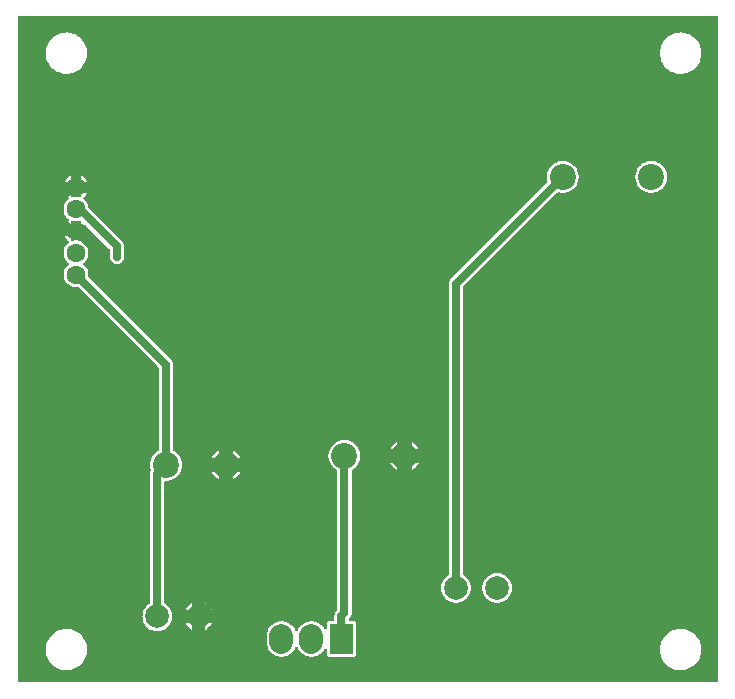
<source format=gbl>
G04 Layer: BottomLayer*
G04 EasyEDA v6.4.20.6, 2021-07-19T19:11:35--4:00*
G04 e84b6f659e4c45e888895c734b18603a,91999b56e5bf4a9c8a3ad43c56598434,10*
G04 Gerber Generator version 0.2*
G04 Scale: 100 percent, Rotated: No, Reflected: No *
G04 Dimensions in millimeters *
G04 leading zeros omitted , absolute positions ,4 integer and 5 decimal *
%FSLAX45Y45*%
%MOMM*%

%ADD11C,0.7000*%
%ADD12C,0.6100*%
%ADD15C,2.2000*%
%ADD17C,1.6000*%
%ADD18C,2.0000*%

%LPD*%
G36*
X-103885Y673354D02*
G01*
X-107797Y674116D01*
X-111048Y676351D01*
X-113283Y679602D01*
X-114046Y683514D01*
X-114046Y6303975D01*
X-113283Y6307886D01*
X-111048Y6311188D01*
X-107797Y6313373D01*
X-103885Y6314135D01*
X5806186Y6314135D01*
X5810097Y6313373D01*
X5813348Y6311188D01*
X5815584Y6307886D01*
X5816346Y6303975D01*
X5816346Y683514D01*
X5815584Y679602D01*
X5813348Y676351D01*
X5810097Y674116D01*
X5806186Y673354D01*
G37*

%LPC*%
G36*
X304546Y774395D02*
G01*
X322529Y775817D01*
X340360Y779068D01*
X357682Y784098D01*
X374446Y790905D01*
X390398Y799439D01*
X405434Y809498D01*
X419303Y821080D01*
X431952Y834034D01*
X443128Y848207D01*
X452882Y863498D01*
X460959Y879652D01*
X467309Y896569D01*
X471932Y914095D01*
X474726Y931926D01*
X475640Y950010D01*
X474726Y968044D01*
X471932Y985926D01*
X467309Y1003401D01*
X460959Y1020318D01*
X452882Y1036523D01*
X443128Y1051763D01*
X431952Y1065936D01*
X419303Y1078890D01*
X405434Y1090472D01*
X390398Y1100582D01*
X374446Y1109065D01*
X357682Y1115872D01*
X340360Y1120952D01*
X322529Y1124204D01*
X304546Y1125575D01*
X286461Y1125118D01*
X268528Y1122781D01*
X250901Y1118666D01*
X233832Y1112723D01*
X217474Y1105052D01*
X201930Y1095705D01*
X187502Y1084884D01*
X174193Y1072591D01*
X162255Y1059027D01*
X151790Y1044244D01*
X142900Y1028547D01*
X135636Y1011936D01*
X130149Y994714D01*
X126441Y977036D01*
X124612Y959053D01*
X124612Y940968D01*
X126441Y922985D01*
X130149Y905256D01*
X135636Y888034D01*
X142900Y871474D01*
X151790Y855726D01*
X162255Y840994D01*
X174193Y827430D01*
X187502Y815136D01*
X201930Y804265D01*
X217474Y794969D01*
X233832Y787298D01*
X250901Y781354D01*
X268528Y777189D01*
X286461Y774903D01*
G37*
G36*
X5504535Y774395D02*
G01*
X5522569Y775817D01*
X5540349Y779068D01*
X5557723Y784098D01*
X5574436Y790905D01*
X5590438Y799439D01*
X5605424Y809498D01*
X5619292Y821080D01*
X5631942Y834034D01*
X5643168Y848207D01*
X5652871Y863498D01*
X5660948Y879652D01*
X5667298Y896569D01*
X5671921Y914095D01*
X5674715Y931926D01*
X5675630Y950010D01*
X5674715Y968044D01*
X5671921Y985926D01*
X5667298Y1003401D01*
X5660948Y1020318D01*
X5652871Y1036523D01*
X5643168Y1051763D01*
X5631942Y1065936D01*
X5619292Y1078890D01*
X5605424Y1090472D01*
X5590438Y1100582D01*
X5574436Y1109065D01*
X5557723Y1115872D01*
X5540349Y1120952D01*
X5522569Y1124204D01*
X5504535Y1125575D01*
X5486450Y1125118D01*
X5468518Y1122781D01*
X5450890Y1118666D01*
X5433822Y1112723D01*
X5417464Y1105052D01*
X5401970Y1095705D01*
X5387492Y1084884D01*
X5374233Y1072591D01*
X5362295Y1059027D01*
X5351780Y1044244D01*
X5342890Y1028547D01*
X5335625Y1011936D01*
X5330139Y994714D01*
X5326430Y977036D01*
X5324602Y959053D01*
X5324602Y940968D01*
X5326430Y922985D01*
X5330139Y905256D01*
X5335625Y888034D01*
X5342890Y871474D01*
X5351780Y855726D01*
X5362295Y840994D01*
X5374233Y827430D01*
X5387492Y815136D01*
X5401970Y804265D01*
X5417464Y794969D01*
X5433822Y787298D01*
X5450890Y781354D01*
X5468518Y777189D01*
X5486450Y774903D01*
G37*
G36*
X2529484Y890727D02*
G01*
X2728315Y890727D01*
X2734614Y891438D01*
X2739999Y893368D01*
X2744876Y896416D01*
X2748889Y900430D01*
X2751937Y905306D01*
X2753868Y910691D01*
X2754579Y916990D01*
X2754579Y1165809D01*
X2753868Y1172108D01*
X2751937Y1177493D01*
X2748889Y1182370D01*
X2744876Y1186383D01*
X2739999Y1189431D01*
X2734614Y1191361D01*
X2728315Y1192072D01*
X2699715Y1192072D01*
X2695803Y1192834D01*
X2692552Y1195019D01*
X2690317Y1198321D01*
X2689555Y1202232D01*
X2689555Y1207160D01*
X2690317Y1211021D01*
X2692552Y1214323D01*
X2696972Y1218742D01*
X2702306Y1224788D01*
X2707741Y1233170D01*
X2708706Y1235049D01*
X2711754Y1242364D01*
X2714142Y1252118D01*
X2714447Y1254150D01*
X2714955Y1262176D01*
X2714955Y2463596D01*
X2715564Y2467051D01*
X2717342Y2470150D01*
X2720035Y2472385D01*
X2728823Y2477465D01*
X2741472Y2486914D01*
X2752953Y2497734D01*
X2763113Y2509824D01*
X2771749Y2522982D01*
X2778861Y2537053D01*
X2784246Y2551887D01*
X2787853Y2567228D01*
X2789682Y2582926D01*
X2789682Y2598674D01*
X2787853Y2614371D01*
X2784246Y2629712D01*
X2778861Y2644546D01*
X2771749Y2658618D01*
X2763113Y2671775D01*
X2752953Y2683865D01*
X2741472Y2694686D01*
X2728823Y2704134D01*
X2715158Y2712008D01*
X2700680Y2718257D01*
X2685592Y2722778D01*
X2670048Y2725521D01*
X2654300Y2726436D01*
X2638552Y2725521D01*
X2623007Y2722778D01*
X2607919Y2718257D01*
X2593441Y2712008D01*
X2579776Y2704134D01*
X2567127Y2694686D01*
X2555646Y2683865D01*
X2545486Y2671775D01*
X2536850Y2658618D01*
X2529738Y2644546D01*
X2524353Y2629712D01*
X2520746Y2614371D01*
X2518918Y2598674D01*
X2518918Y2582926D01*
X2520746Y2567228D01*
X2524353Y2551887D01*
X2529738Y2537053D01*
X2536850Y2522982D01*
X2545486Y2509824D01*
X2555646Y2497734D01*
X2567127Y2486914D01*
X2579776Y2477465D01*
X2588564Y2472385D01*
X2591257Y2470150D01*
X2593035Y2467051D01*
X2593644Y2463596D01*
X2593644Y1291183D01*
X2592882Y1287322D01*
X2590647Y1284020D01*
X2586228Y1279601D01*
X2580894Y1273556D01*
X2575458Y1265174D01*
X2574493Y1263294D01*
X2571445Y1255979D01*
X2569057Y1246225D01*
X2568752Y1244193D01*
X2568244Y1236167D01*
X2568244Y1202232D01*
X2567482Y1198321D01*
X2565247Y1195019D01*
X2561996Y1192834D01*
X2558084Y1192072D01*
X2529484Y1192072D01*
X2523185Y1191361D01*
X2517800Y1189431D01*
X2512923Y1186383D01*
X2508910Y1182370D01*
X2505862Y1177493D01*
X2503932Y1172108D01*
X2503271Y1165809D01*
X2503271Y1132941D01*
X2502306Y1128674D01*
X2499664Y1125220D01*
X2495804Y1123137D01*
X2491435Y1122934D01*
X2487422Y1124508D01*
X2484374Y1127709D01*
X2478278Y1137767D01*
X2468930Y1149705D01*
X2458212Y1160424D01*
X2446274Y1169771D01*
X2433269Y1177645D01*
X2419451Y1183894D01*
X2404973Y1188364D01*
X2390038Y1191107D01*
X2374900Y1192022D01*
X2359761Y1191107D01*
X2344826Y1188364D01*
X2330348Y1183894D01*
X2316530Y1177645D01*
X2303526Y1169771D01*
X2291588Y1160424D01*
X2280869Y1149705D01*
X2271522Y1137767D01*
X2263648Y1124762D01*
X2257145Y1110386D01*
X2254910Y1107236D01*
X2251659Y1105154D01*
X2247900Y1104392D01*
X2244090Y1105154D01*
X2240838Y1107236D01*
X2238603Y1110386D01*
X2232152Y1124762D01*
X2224278Y1137767D01*
X2214930Y1149705D01*
X2204212Y1160424D01*
X2192274Y1169771D01*
X2179269Y1177645D01*
X2165451Y1183894D01*
X2150973Y1188364D01*
X2136038Y1191107D01*
X2120900Y1192022D01*
X2105761Y1191107D01*
X2090826Y1188364D01*
X2076348Y1183894D01*
X2062530Y1177645D01*
X2049525Y1169771D01*
X2037588Y1160424D01*
X2026869Y1149705D01*
X2017522Y1137767D01*
X2009648Y1124762D01*
X2003450Y1110945D01*
X1998929Y1096467D01*
X1996186Y1081532D01*
X1995271Y1066088D01*
X1995271Y1016711D01*
X1996186Y1001268D01*
X1998929Y986332D01*
X2003450Y971854D01*
X2009648Y958037D01*
X2017522Y945032D01*
X2026869Y933094D01*
X2037588Y922375D01*
X2049525Y913028D01*
X2062530Y905154D01*
X2076348Y898906D01*
X2090826Y894435D01*
X2105761Y891692D01*
X2120900Y890778D01*
X2136038Y891692D01*
X2150973Y894435D01*
X2165451Y898906D01*
X2179269Y905154D01*
X2192274Y913028D01*
X2204212Y922375D01*
X2214930Y933094D01*
X2224278Y945032D01*
X2232152Y958037D01*
X2238654Y972413D01*
X2240889Y975563D01*
X2244140Y977646D01*
X2247900Y978408D01*
X2251710Y977646D01*
X2254961Y975563D01*
X2257196Y972413D01*
X2263648Y958037D01*
X2271522Y945032D01*
X2280869Y933094D01*
X2291588Y922375D01*
X2303526Y913028D01*
X2316530Y905154D01*
X2330348Y898906D01*
X2344826Y894435D01*
X2359761Y891692D01*
X2374900Y890778D01*
X2390038Y891692D01*
X2404973Y894435D01*
X2419451Y898906D01*
X2433269Y905154D01*
X2446274Y913028D01*
X2458212Y922375D01*
X2468930Y933094D01*
X2478278Y945032D01*
X2484374Y955090D01*
X2487422Y958291D01*
X2491435Y959866D01*
X2495804Y959662D01*
X2499664Y957580D01*
X2502306Y954125D01*
X2503271Y949858D01*
X2503271Y916990D01*
X2503932Y910691D01*
X2505862Y905306D01*
X2508910Y900430D01*
X2512923Y896416D01*
X2517800Y893368D01*
X2523185Y891438D01*
G37*
G36*
X1069594Y1106271D02*
G01*
X1084732Y1107186D01*
X1099667Y1109929D01*
X1114145Y1114450D01*
X1127963Y1120648D01*
X1140968Y1128522D01*
X1152906Y1137869D01*
X1163624Y1148588D01*
X1172972Y1160526D01*
X1180846Y1173530D01*
X1187094Y1187348D01*
X1191564Y1201826D01*
X1194308Y1216761D01*
X1195222Y1231900D01*
X1194308Y1247038D01*
X1191564Y1261973D01*
X1187094Y1276451D01*
X1180846Y1290269D01*
X1172972Y1303274D01*
X1163624Y1315212D01*
X1152906Y1325930D01*
X1140968Y1335278D01*
X1135176Y1338834D01*
X1132535Y1341069D01*
X1130858Y1344117D01*
X1130249Y1347520D01*
X1130249Y2368956D01*
X1131062Y2372969D01*
X1133449Y2376322D01*
X1136954Y2378506D01*
X1141018Y2379065D01*
X1143000Y2378964D01*
X1158748Y2379878D01*
X1174292Y2382621D01*
X1189380Y2387142D01*
X1203858Y2393391D01*
X1217523Y2401265D01*
X1230172Y2410714D01*
X1241653Y2421534D01*
X1251813Y2433624D01*
X1260449Y2446782D01*
X1267561Y2460853D01*
X1272946Y2475687D01*
X1276553Y2491028D01*
X1278382Y2506726D01*
X1278382Y2522474D01*
X1276553Y2538171D01*
X1272946Y2553512D01*
X1267561Y2568346D01*
X1260449Y2582418D01*
X1251813Y2595575D01*
X1241653Y2607665D01*
X1230172Y2618486D01*
X1217523Y2627934D01*
X1208735Y2633014D01*
X1206042Y2635250D01*
X1204264Y2638348D01*
X1203655Y2641803D01*
X1203655Y3363417D01*
X1203147Y3371443D01*
X1201064Y3381248D01*
X1200454Y3383229D01*
X1197406Y3390544D01*
X1196441Y3392424D01*
X1191006Y3400806D01*
X1185672Y3406851D01*
X488645Y4103827D01*
X486359Y4107434D01*
X485698Y4111701D01*
X486613Y4125823D01*
X485749Y4139590D01*
X483057Y4153154D01*
X478586Y4166209D01*
X472490Y4178604D01*
X464820Y4190085D01*
X455676Y4200499D01*
X444804Y4210050D01*
X442264Y4213504D01*
X441350Y4218940D01*
X442264Y4223105D01*
X444804Y4226560D01*
X455676Y4236110D01*
X464820Y4246473D01*
X472490Y4258005D01*
X478586Y4270400D01*
X483057Y4283456D01*
X485749Y4297019D01*
X486613Y4310786D01*
X485749Y4324604D01*
X483057Y4338116D01*
X478586Y4351223D01*
X472490Y4363618D01*
X464820Y4375099D01*
X455676Y4385513D01*
X444804Y4395063D01*
X442264Y4398467D01*
X441350Y4403902D01*
X442264Y4408119D01*
X444804Y4411573D01*
X455676Y4421124D01*
X464820Y4431487D01*
X472490Y4442968D01*
X475691Y4449470D01*
X427329Y4449470D01*
X427329Y4420565D01*
X426618Y4416806D01*
X424535Y4413554D01*
X421436Y4411319D01*
X417728Y4410405D01*
X413918Y4410913D01*
X408330Y4412843D01*
X394766Y4415536D01*
X381000Y4416450D01*
X367233Y4415536D01*
X353669Y4412843D01*
X348081Y4410913D01*
X344271Y4410405D01*
X340563Y4411319D01*
X337464Y4413554D01*
X335381Y4416806D01*
X334670Y4420565D01*
X334670Y4449470D01*
X286308Y4449470D01*
X289509Y4442968D01*
X297180Y4431487D01*
X306324Y4421124D01*
X317195Y4411573D01*
X319735Y4408119D01*
X320649Y4402683D01*
X319735Y4398467D01*
X317195Y4395063D01*
X306324Y4385513D01*
X297180Y4375099D01*
X289509Y4363618D01*
X283413Y4351223D01*
X278942Y4338116D01*
X276250Y4324604D01*
X275386Y4310786D01*
X276250Y4297019D01*
X278942Y4283456D01*
X283413Y4270400D01*
X289509Y4258005D01*
X297180Y4246473D01*
X306324Y4236110D01*
X317195Y4226560D01*
X319735Y4223105D01*
X320649Y4217670D01*
X319735Y4213504D01*
X317195Y4210050D01*
X306324Y4200499D01*
X297180Y4190085D01*
X289509Y4178604D01*
X283413Y4166209D01*
X278942Y4153154D01*
X276250Y4139590D01*
X275386Y4125823D01*
X276250Y4112006D01*
X278942Y4098442D01*
X283413Y4085386D01*
X289509Y4072991D01*
X297180Y4061510D01*
X306324Y4051096D01*
X316687Y4042003D01*
X328168Y4034332D01*
X340563Y4028186D01*
X353669Y4023766D01*
X367233Y4021074D01*
X381000Y4020159D01*
X394970Y4021074D01*
X399186Y4020464D01*
X402793Y4018127D01*
X1079347Y3341573D01*
X1081582Y3338271D01*
X1082344Y3334410D01*
X1082344Y2641803D01*
X1081735Y2638348D01*
X1079957Y2635250D01*
X1077264Y2633014D01*
X1068476Y2627934D01*
X1055827Y2618486D01*
X1044346Y2607665D01*
X1034186Y2595575D01*
X1025550Y2582418D01*
X1018438Y2568346D01*
X1013053Y2553512D01*
X1009446Y2538171D01*
X1007618Y2522474D01*
X1007618Y2506726D01*
X1009446Y2491028D01*
X1013053Y2475687D01*
X1014221Y2472486D01*
X1014831Y2468727D01*
X1014018Y2464968D01*
X1011529Y2458720D01*
X1009446Y2448915D01*
X1008938Y2440889D01*
X1008938Y1347520D01*
X1008329Y1344066D01*
X1006652Y1341069D01*
X1004011Y1338783D01*
X998219Y1335278D01*
X986282Y1325930D01*
X975563Y1315212D01*
X966216Y1303274D01*
X958342Y1290269D01*
X952144Y1276451D01*
X947623Y1261973D01*
X944880Y1247038D01*
X943965Y1231900D01*
X944880Y1216761D01*
X947623Y1201826D01*
X952144Y1187348D01*
X958342Y1173530D01*
X966216Y1160526D01*
X975563Y1148588D01*
X986282Y1137869D01*
X998219Y1128522D01*
X1011224Y1120648D01*
X1025042Y1114450D01*
X1039520Y1109929D01*
X1054455Y1107186D01*
G37*
G36*
X1475943Y1119733D02*
G01*
X1477975Y1120648D01*
X1490980Y1128522D01*
X1502918Y1137869D01*
X1513636Y1148588D01*
X1522984Y1160526D01*
X1530858Y1173530D01*
X1531772Y1175562D01*
X1475943Y1175562D01*
G37*
G36*
X1363268Y1119733D02*
G01*
X1363268Y1175562D01*
X1307439Y1175562D01*
X1308354Y1173530D01*
X1316228Y1160526D01*
X1325575Y1148588D01*
X1336294Y1137869D01*
X1348232Y1128522D01*
X1361236Y1120648D01*
G37*
G36*
X1475943Y1288237D02*
G01*
X1531772Y1288237D01*
X1530858Y1290269D01*
X1522984Y1303274D01*
X1513636Y1315212D01*
X1502918Y1325930D01*
X1490980Y1335278D01*
X1477975Y1343152D01*
X1475943Y1344066D01*
G37*
G36*
X1307439Y1288237D02*
G01*
X1363268Y1288237D01*
X1363268Y1344066D01*
X1361236Y1343152D01*
X1348232Y1335278D01*
X1336294Y1325930D01*
X1325575Y1315212D01*
X1316228Y1303274D01*
X1308354Y1290269D01*
G37*
G36*
X3946906Y1347571D02*
G01*
X3962044Y1348486D01*
X3976979Y1351229D01*
X3991457Y1355750D01*
X4005275Y1361948D01*
X4018279Y1369822D01*
X4030218Y1379169D01*
X4040936Y1389888D01*
X4050284Y1401826D01*
X4058158Y1414830D01*
X4064355Y1428648D01*
X4068876Y1443126D01*
X4071620Y1458061D01*
X4072534Y1473200D01*
X4071620Y1488338D01*
X4068876Y1503273D01*
X4064355Y1517751D01*
X4058158Y1531569D01*
X4050284Y1544574D01*
X4040936Y1556512D01*
X4030218Y1567230D01*
X4018279Y1576578D01*
X4005275Y1584452D01*
X3991457Y1590649D01*
X3976979Y1595170D01*
X3962044Y1597914D01*
X3946906Y1598828D01*
X3931767Y1597914D01*
X3916832Y1595170D01*
X3902354Y1590649D01*
X3888536Y1584452D01*
X3875532Y1576578D01*
X3863594Y1567230D01*
X3852875Y1556512D01*
X3843528Y1544574D01*
X3835654Y1531569D01*
X3829405Y1517751D01*
X3824935Y1503273D01*
X3822192Y1488338D01*
X3821277Y1473200D01*
X3822192Y1458061D01*
X3824935Y1443126D01*
X3829405Y1428648D01*
X3835654Y1414830D01*
X3843528Y1401826D01*
X3852875Y1389888D01*
X3863594Y1379169D01*
X3875532Y1369822D01*
X3888536Y1361948D01*
X3902354Y1355750D01*
X3916832Y1351229D01*
X3931767Y1348486D01*
G37*
G36*
X3596894Y1347571D02*
G01*
X3612032Y1348486D01*
X3626967Y1351229D01*
X3641445Y1355750D01*
X3655263Y1361948D01*
X3668268Y1369822D01*
X3680206Y1379169D01*
X3690924Y1389888D01*
X3700272Y1401826D01*
X3708146Y1414830D01*
X3714394Y1428648D01*
X3718864Y1443126D01*
X3721608Y1458061D01*
X3722522Y1473200D01*
X3721608Y1488338D01*
X3718864Y1503273D01*
X3714394Y1517751D01*
X3708146Y1531569D01*
X3700272Y1544574D01*
X3690924Y1556512D01*
X3680206Y1567230D01*
X3668268Y1576578D01*
X3662476Y1580134D01*
X3659835Y1582369D01*
X3658158Y1585417D01*
X3657549Y1588820D01*
X3657549Y4018686D01*
X3658311Y4022547D01*
X3660546Y4025849D01*
X4454804Y4820158D01*
X4457801Y4822190D01*
X4461306Y4823104D01*
X4464913Y4822698D01*
X4470501Y4821021D01*
X4486046Y4818278D01*
X4501794Y4817364D01*
X4517542Y4818278D01*
X4533087Y4821021D01*
X4548174Y4825542D01*
X4562652Y4831791D01*
X4576318Y4839665D01*
X4588967Y4849114D01*
X4600448Y4859934D01*
X4610608Y4872024D01*
X4619244Y4885182D01*
X4626356Y4899253D01*
X4631740Y4914087D01*
X4635398Y4929428D01*
X4637227Y4945126D01*
X4637227Y4960874D01*
X4635398Y4976571D01*
X4631740Y4991912D01*
X4626356Y5006746D01*
X4619244Y5020818D01*
X4610608Y5033975D01*
X4600448Y5046065D01*
X4588967Y5056886D01*
X4576318Y5066334D01*
X4562652Y5074208D01*
X4548174Y5080457D01*
X4533087Y5084978D01*
X4517542Y5087721D01*
X4501794Y5088636D01*
X4486046Y5087721D01*
X4470501Y5084978D01*
X4455414Y5080457D01*
X4440936Y5074208D01*
X4427270Y5066334D01*
X4414621Y5056886D01*
X4403140Y5046065D01*
X4392980Y5033975D01*
X4384344Y5020818D01*
X4377283Y5006746D01*
X4371848Y4991912D01*
X4368241Y4976571D01*
X4366412Y4960874D01*
X4366412Y4945126D01*
X4368241Y4929428D01*
X4371594Y4915306D01*
X4371797Y4911852D01*
X4370882Y4908550D01*
X4368901Y4905756D01*
X3554222Y4091127D01*
X3548887Y4085082D01*
X3543452Y4076700D01*
X3542487Y4074820D01*
X3539439Y4067505D01*
X3537051Y4057751D01*
X3536746Y4055719D01*
X3536238Y4047693D01*
X3536238Y1588820D01*
X3535629Y1585366D01*
X3533952Y1582369D01*
X3531311Y1580083D01*
X3525520Y1576578D01*
X3513582Y1567230D01*
X3502863Y1556512D01*
X3493515Y1544574D01*
X3485642Y1531569D01*
X3479444Y1517751D01*
X3474923Y1503273D01*
X3472179Y1488338D01*
X3471265Y1473200D01*
X3472179Y1458061D01*
X3474923Y1443126D01*
X3479444Y1428648D01*
X3485642Y1414830D01*
X3493515Y1401826D01*
X3502863Y1389888D01*
X3513582Y1379169D01*
X3525520Y1369822D01*
X3538524Y1361948D01*
X3552342Y1355750D01*
X3566820Y1351229D01*
X3581755Y1348486D01*
G37*
G36*
X1589633Y2393645D02*
G01*
X1589633Y2453233D01*
X1530299Y2453233D01*
X1533550Y2446782D01*
X1542186Y2433624D01*
X1552346Y2421534D01*
X1563827Y2410714D01*
X1576476Y2401265D01*
G37*
G36*
X1712366Y2393645D02*
G01*
X1725523Y2401265D01*
X1738172Y2410714D01*
X1749653Y2421534D01*
X1759813Y2433624D01*
X1768449Y2446782D01*
X1771700Y2453233D01*
X1712366Y2453233D01*
G37*
G36*
X3223666Y2469845D02*
G01*
X3236823Y2477465D01*
X3249472Y2486914D01*
X3260953Y2497734D01*
X3271113Y2509824D01*
X3279749Y2522982D01*
X3283000Y2529433D01*
X3223666Y2529433D01*
G37*
G36*
X3100933Y2469845D02*
G01*
X3100933Y2529433D01*
X3041599Y2529433D01*
X3044850Y2522982D01*
X3053486Y2509824D01*
X3063646Y2497734D01*
X3075127Y2486914D01*
X3087776Y2477465D01*
G37*
G36*
X1712366Y2575966D02*
G01*
X1771700Y2575966D01*
X1768449Y2582418D01*
X1759813Y2595575D01*
X1749653Y2607665D01*
X1738172Y2618486D01*
X1725523Y2627934D01*
X1712366Y2635554D01*
G37*
G36*
X1530299Y2575966D02*
G01*
X1589633Y2575966D01*
X1589633Y2635554D01*
X1576476Y2627934D01*
X1563827Y2618486D01*
X1552346Y2607665D01*
X1542186Y2595575D01*
X1533550Y2582418D01*
G37*
G36*
X3041599Y2652166D02*
G01*
X3100933Y2652166D01*
X3100933Y2711754D01*
X3087776Y2704134D01*
X3075127Y2694686D01*
X3063646Y2683865D01*
X3053486Y2671775D01*
X3044850Y2658618D01*
G37*
G36*
X3223666Y2652166D02*
G01*
X3283000Y2652166D01*
X3279749Y2658618D01*
X3271113Y2671775D01*
X3260953Y2683865D01*
X3249472Y2694686D01*
X3236823Y2704134D01*
X3223666Y2711754D01*
G37*
G36*
X721664Y4215434D02*
G01*
X731723Y4215434D01*
X741578Y4217060D01*
X751027Y4220311D01*
X759866Y4225086D01*
X767740Y4231233D01*
X774547Y4238599D01*
X779983Y4246981D01*
X784047Y4256176D01*
X786485Y4265879D01*
X787349Y4276242D01*
X787349Y4367733D01*
X786841Y4375759D01*
X784758Y4385564D01*
X784148Y4387545D01*
X780135Y4396740D01*
X775919Y4403496D01*
X774700Y4405122D01*
X769366Y4411167D01*
X487934Y4692345D01*
X486156Y4694732D01*
X485140Y4697577D01*
X483057Y4708144D01*
X478586Y4721199D01*
X472490Y4733594D01*
X464820Y4745126D01*
X455676Y4755489D01*
X444804Y4765040D01*
X442264Y4768494D01*
X441350Y4773930D01*
X442264Y4778095D01*
X444804Y4781550D01*
X455676Y4791100D01*
X464820Y4801514D01*
X472490Y4812995D01*
X475691Y4819446D01*
X427329Y4819446D01*
X427329Y4790541D01*
X426618Y4786782D01*
X424535Y4783582D01*
X421436Y4781346D01*
X417728Y4780432D01*
X413918Y4780940D01*
X408330Y4782820D01*
X394766Y4785512D01*
X381000Y4786426D01*
X367233Y4785512D01*
X353669Y4782820D01*
X348081Y4780940D01*
X344271Y4780432D01*
X340563Y4781346D01*
X337464Y4783582D01*
X335381Y4786782D01*
X334670Y4790541D01*
X334670Y4819446D01*
X286308Y4819446D01*
X289509Y4812995D01*
X297180Y4801514D01*
X306324Y4791100D01*
X317195Y4781550D01*
X319735Y4778095D01*
X320649Y4772660D01*
X319735Y4768494D01*
X317195Y4765040D01*
X306324Y4755489D01*
X297180Y4745126D01*
X289509Y4733594D01*
X283413Y4721199D01*
X278942Y4708144D01*
X276250Y4694580D01*
X275386Y4680813D01*
X276250Y4666996D01*
X278942Y4653483D01*
X283413Y4640376D01*
X289509Y4627981D01*
X297180Y4616500D01*
X306324Y4606086D01*
X317195Y4596536D01*
X319735Y4593132D01*
X320649Y4587697D01*
X319735Y4583480D01*
X317195Y4580026D01*
X306324Y4570476D01*
X297180Y4560112D01*
X289509Y4548632D01*
X286308Y4542129D01*
X334670Y4542129D01*
X334670Y4571034D01*
X335381Y4574794D01*
X337464Y4578045D01*
X340563Y4580280D01*
X344271Y4581194D01*
X348081Y4580686D01*
X353669Y4578756D01*
X367233Y4576064D01*
X381000Y4575149D01*
X394766Y4576064D01*
X408330Y4578756D01*
X413918Y4580686D01*
X417728Y4581194D01*
X421436Y4580280D01*
X424535Y4578045D01*
X426618Y4574794D01*
X427329Y4571034D01*
X427329Y4542129D01*
X462432Y4542129D01*
X466293Y4541367D01*
X469595Y4539183D01*
X663041Y4345889D01*
X665276Y4342587D01*
X666038Y4338675D01*
X666038Y4276242D01*
X666902Y4265879D01*
X669340Y4256176D01*
X673404Y4246981D01*
X678840Y4238599D01*
X685647Y4231233D01*
X693521Y4225086D01*
X702360Y4220311D01*
X711809Y4217060D01*
G37*
G36*
X5251805Y4817364D02*
G01*
X5267553Y4818278D01*
X5283098Y4821021D01*
X5298186Y4825542D01*
X5312664Y4831791D01*
X5326329Y4839665D01*
X5338978Y4849114D01*
X5350459Y4859934D01*
X5360568Y4872024D01*
X5369255Y4885182D01*
X5376316Y4899253D01*
X5381752Y4914087D01*
X5385358Y4929428D01*
X5387187Y4945126D01*
X5387187Y4960874D01*
X5385358Y4976571D01*
X5381752Y4991912D01*
X5376316Y5006746D01*
X5369255Y5020818D01*
X5360568Y5033975D01*
X5350459Y5046065D01*
X5338978Y5056886D01*
X5326329Y5066334D01*
X5312664Y5074208D01*
X5298186Y5080457D01*
X5283098Y5084978D01*
X5267553Y5087721D01*
X5251805Y5088636D01*
X5236057Y5087721D01*
X5220512Y5084978D01*
X5205425Y5080457D01*
X5190947Y5074208D01*
X5177282Y5066334D01*
X5164632Y5056886D01*
X5153152Y5046065D01*
X5142992Y5033975D01*
X5134356Y5020818D01*
X5127244Y5006746D01*
X5121859Y4991912D01*
X5118201Y4976571D01*
X5116372Y4960874D01*
X5116372Y4945126D01*
X5118201Y4929428D01*
X5121859Y4914087D01*
X5127244Y4899253D01*
X5134356Y4885182D01*
X5142992Y4872024D01*
X5153152Y4859934D01*
X5164632Y4849114D01*
X5177282Y4839665D01*
X5190947Y4831791D01*
X5205425Y4825542D01*
X5220512Y4821021D01*
X5236057Y4818278D01*
G37*
G36*
X427329Y4912156D02*
G01*
X475691Y4912156D01*
X472490Y4918608D01*
X464820Y4930089D01*
X455676Y4940503D01*
X445312Y4949596D01*
X433832Y4957267D01*
X427329Y4960467D01*
G37*
G36*
X286308Y4912156D02*
G01*
X334670Y4912156D01*
X334670Y4960467D01*
X328168Y4957267D01*
X316687Y4949596D01*
X306324Y4940503D01*
X297180Y4930089D01*
X289509Y4918608D01*
G37*
G36*
X304546Y5824423D02*
G01*
X322529Y5825794D01*
X340360Y5829046D01*
X357682Y5834126D01*
X374446Y5840933D01*
X390398Y5849416D01*
X405434Y5859526D01*
X419303Y5871108D01*
X431952Y5884062D01*
X443128Y5898235D01*
X452882Y5913475D01*
X460959Y5929680D01*
X467309Y5946597D01*
X471932Y5964072D01*
X474726Y5981954D01*
X475640Y5999988D01*
X474726Y6018072D01*
X471932Y6035903D01*
X467309Y6053429D01*
X460959Y6070346D01*
X452882Y6086500D01*
X443128Y6101791D01*
X431952Y6115964D01*
X419303Y6128918D01*
X405434Y6140500D01*
X390398Y6150559D01*
X374446Y6159093D01*
X357682Y6165900D01*
X340360Y6170930D01*
X322529Y6174181D01*
X304546Y6175603D01*
X286461Y6175095D01*
X268528Y6172809D01*
X250901Y6168644D01*
X233832Y6162700D01*
X217474Y6155029D01*
X201930Y6145733D01*
X187502Y6134862D01*
X174193Y6122568D01*
X162255Y6109004D01*
X151790Y6094272D01*
X142900Y6078524D01*
X135636Y6061964D01*
X130149Y6044742D01*
X126441Y6027013D01*
X124612Y6009030D01*
X124612Y5990945D01*
X126441Y5972962D01*
X130149Y5955284D01*
X135636Y5938062D01*
X142900Y5921451D01*
X151790Y5905754D01*
X162255Y5890971D01*
X174193Y5877407D01*
X187502Y5865114D01*
X201930Y5854293D01*
X217474Y5844946D01*
X233832Y5837275D01*
X250901Y5831382D01*
X268528Y5827217D01*
X286461Y5824880D01*
G37*
G36*
X5504535Y5824423D02*
G01*
X5522569Y5825794D01*
X5540349Y5829046D01*
X5557723Y5834126D01*
X5574436Y5840933D01*
X5590438Y5849416D01*
X5605424Y5859526D01*
X5619292Y5871108D01*
X5631942Y5884062D01*
X5643168Y5898235D01*
X5652871Y5913475D01*
X5660948Y5929680D01*
X5667298Y5946597D01*
X5671921Y5964072D01*
X5674715Y5981954D01*
X5675630Y5999988D01*
X5674715Y6018072D01*
X5671921Y6035903D01*
X5667298Y6053429D01*
X5660948Y6070346D01*
X5652871Y6086500D01*
X5643168Y6101791D01*
X5631942Y6115964D01*
X5619292Y6128918D01*
X5605424Y6140500D01*
X5590438Y6150559D01*
X5574436Y6159093D01*
X5557723Y6165900D01*
X5540349Y6170930D01*
X5522569Y6174181D01*
X5504535Y6175603D01*
X5486450Y6175095D01*
X5468518Y6172809D01*
X5450890Y6168644D01*
X5433822Y6162700D01*
X5417464Y6155029D01*
X5401970Y6145733D01*
X5387492Y6134862D01*
X5374233Y6122568D01*
X5362295Y6109004D01*
X5351780Y6094272D01*
X5342890Y6078524D01*
X5335625Y6061964D01*
X5330139Y6044742D01*
X5326430Y6027013D01*
X5324602Y6009030D01*
X5324602Y5990945D01*
X5326430Y5972962D01*
X5330139Y5955284D01*
X5335625Y5938062D01*
X5342890Y5921451D01*
X5351780Y5905754D01*
X5362295Y5890971D01*
X5374233Y5877407D01*
X5387492Y5865114D01*
X5401970Y5854293D01*
X5417464Y5844946D01*
X5433822Y5837275D01*
X5450890Y5831382D01*
X5468518Y5827217D01*
X5486450Y5824880D01*
G37*

%LPD*%
D11*
X381000Y4680712D02*
G01*
X413765Y4680712D01*
X726694Y4368037D01*
X726694Y4275836D01*
X381000Y4495800D02*
G01*
X348234Y4495800D01*
X246634Y4597145D01*
X246634Y4756404D01*
X356107Y4865878D01*
X381000Y4865878D01*
X1651000Y2514600D02*
G01*
X1651000Y3229355D01*
X384555Y4495800D01*
X381000Y4495800D01*
X1419605Y1231900D02*
G01*
X1651000Y1463294D01*
X1651000Y2514600D01*
X2628900Y1041400D02*
G01*
X2628900Y1236471D01*
X2654300Y2590800D02*
G01*
X2654300Y1261871D01*
X2628900Y1236471D01*
X1069594Y1231900D02*
G01*
X1069594Y2441194D01*
X1143000Y2514600D01*
X381000Y4125721D02*
G01*
X1143000Y3363721D01*
X1143000Y2514600D01*
X3596893Y1473200D02*
G01*
X3596893Y4047997D01*
X4501895Y4953000D01*
D15*
G01*
X1143000Y2514600D03*
G01*
X1651000Y2514600D03*
G01*
X2654300Y2590800D03*
G01*
X3162300Y2590800D03*
G01*
X5251805Y4953000D03*
G01*
X4501819Y4953000D03*
G36*
X2728975Y916431D02*
G01*
X2528824Y916431D01*
X2528824Y1166368D01*
X2728975Y1166368D01*
G37*
D17*
G01*
X381000Y4125798D03*
G01*
X381000Y4310811D03*
G01*
X381000Y4495800D03*
G01*
X381000Y4680813D03*
G01*
X381000Y4865801D03*
D18*
G01*
X1069594Y1231900D03*
G01*
X1419605Y1231900D03*
G01*
X3596893Y1473200D03*
G01*
X3946906Y1473200D03*
D12*
G01*
X726694Y4275836D03*
D18*
X2374900Y1016398D02*
G01*
X2374900Y1066398D01*
X2120900Y1016398D02*
G01*
X2120900Y1066398D01*
M02*

</source>
